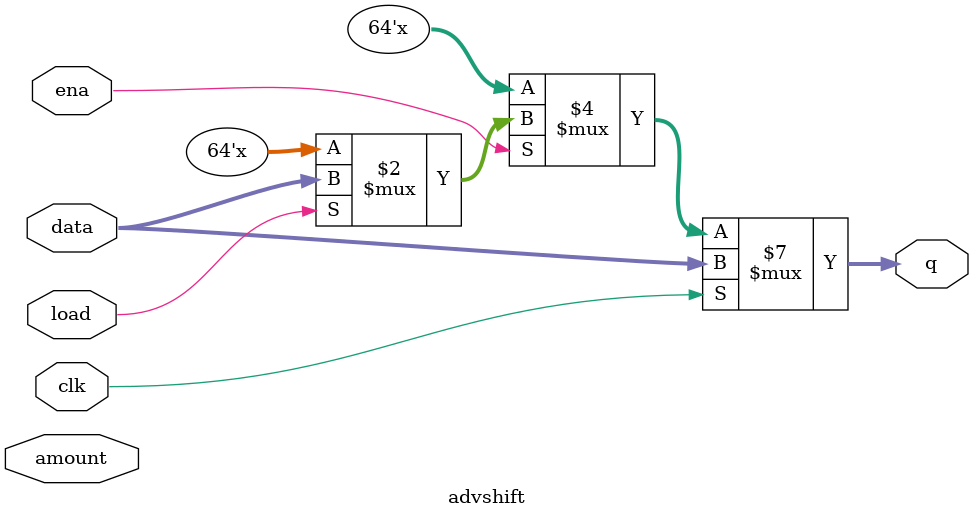
<source format=v>
module advshift(input clk,
input load,
input ena,
input [1:0] amount,
input [63:0] data,
output reg [63:0] q); 
// when load is high, assign data[63:0] to shift register q.
// if ena is high, shift q.
// amount: Chooses which direction and how much to shift.
// 2'b00: shift left by 1 bit.
// 2'b01: shift left by 8 bits.
// 2'b10: shift right by 1 bit.
// 2'b11: shift right by 8 bits.


always @(*)
begin
    if (clk) begin
        q <= data[63:0];
    end else
    if (ena) begin
        if (load) begin
            q <= data[63:0];
        end
    end
end
endmodule

</source>
